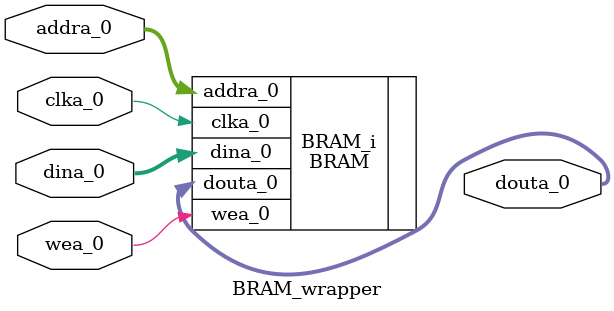
<source format=v>
`timescale 1 ps / 1 ps

module BRAM_wrapper
   (addra_0,
    clka_0,
    dina_0,
    douta_0,
    wea_0);
  input [3:0]addra_0;
  input clka_0;
  input [7:0]dina_0;
  output [7:0]douta_0;
  input [0:0]wea_0;

  wire [3:0]addra_0;
  wire clka_0;
  wire [7:0]dina_0;
  wire [7:0]douta_0;
  wire [0:0]wea_0;

  BRAM BRAM_i
       (.addra_0(addra_0),
        .clka_0(clka_0),
        .dina_0(dina_0),
        .douta_0(douta_0),
        .wea_0(wea_0));
endmodule

</source>
